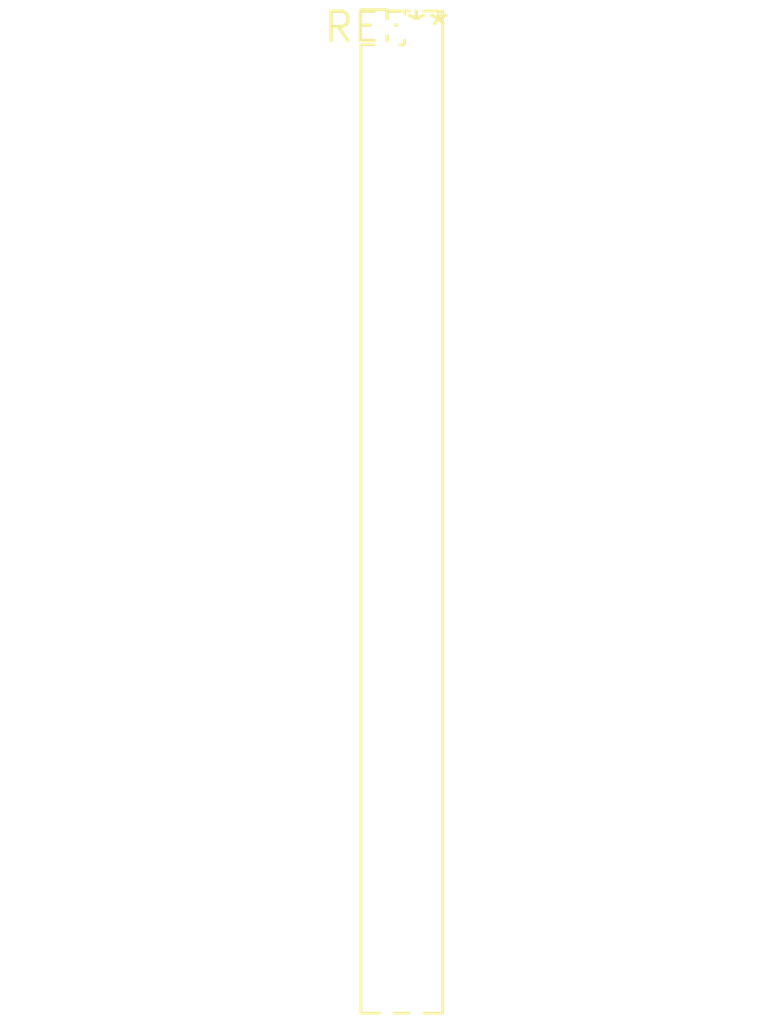
<source format=kicad_pcb>
(kicad_pcb (version 20240108) (generator pcbnew)
  (layers (0 "F.Cu" signal) (31 "B.Cu" signal) (34 "B.Paste" user) (35 "F.Paste" user) (36 "B.SilkS" user "B.Silkscreen") (37 "F.SilkS" user "F.Silkscreen") (38 "B.Mask" user) (39 "F.Mask" user) (44 "Edge.Cuts" user))
  (net 0 "")
  (footprint "PinHeader_2x34_P1.27mm_Vertical" (layer "F.Cu") (at 0 0)
    (property "Reference" "REF**")
    (property "Value" "PinHeader_2x34_P1.27mm_Vertical")
    (fp_line (start -1.13 -0.76) (end 0 -0.76) (layer "F.SilkS") (stroke (width 0.12)))
    (fp_line (start -1.13 0) (end -1.13 -0.76) (layer "F.SilkS") (stroke (width 0.12)))
    (fp_line (start -1.13 0.76) (end -1.13 42.605) (layer "F.SilkS") (stroke (width 0.12)))
    (fp_line (start -1.13 0.76) (end -0.563471 0.76) (layer "F.SilkS") (stroke (width 0.12)))
    (fp_line (start -1.13 42.605) (end -0.30753 42.605) (layer "F.SilkS") (stroke (width 0.12)))
    (fp_line (start 0.30753 42.605) (end 0.96247 42.605) (layer "F.SilkS") (stroke (width 0.12)))
    (fp_line (start 0.563471 0.76) (end 0.706529 0.76) (layer "F.SilkS") (stroke (width 0.12)))
    (fp_line (start 0.76 -0.695) (end 0.96247 -0.695) (layer "F.SilkS") (stroke (width 0.12)))
    (fp_line (start 0.76 -0.563471) (end 0.76 -0.695) (layer "F.SilkS") (stroke (width 0.12)))
    (fp_line (start 0.76 0.706529) (end 0.76 0.563471) (layer "F.SilkS") (stroke (width 0.12)))
    (fp_line (start 1.57753 -0.695) (end 2.4 -0.695) (layer "F.SilkS") (stroke (width 0.12)))
    (fp_line (start 1.57753 42.605) (end 2.4 42.605) (layer "F.SilkS") (stroke (width 0.12)))
    (fp_line (start 2.4 -0.695) (end 2.4 42.605) (layer "F.SilkS") (stroke (width 0.12)))
    (pad "1" thru_hole rect (at 0 0) (size 1 1) (drill 0.65) (layers *.Cu *.Mask) (remove_unused_layers))
    (pad "2" thru_hole oval (at 1.27 0) (size 1 1) (drill 0.65) (layers *.Cu *.Mask) (remove_unused_layers))
    (pad "3" thru_hole oval (at 0 1.27) (size 1 1) (drill 0.65) (layers *.Cu *.Mask) (remove_unused_layers))
    (pad "4" thru_hole oval (at 1.27 1.27) (size 1 1) (drill 0.65) (layers *.Cu *.Mask) (remove_unused_layers))
    (pad "5" thru_hole oval (at 0 2.54) (size 1 1) (drill 0.65) (layers *.Cu *.Mask) (remove_unused_layers))
    (pad "6" thru_hole oval (at 1.27 2.54) (size 1 1) (drill 0.65) (layers *.Cu *.Mask) (remove_unused_layers))
    (pad "7" thru_hole oval (at 0 3.81) (size 1 1) (drill 0.65) (layers *.Cu *.Mask) (remove_unused_layers))
    (pad "8" thru_hole oval (at 1.27 3.81) (size 1 1) (drill 0.65) (layers *.Cu *.Mask) (remove_unused_layers))
    (pad "9" thru_hole oval (at 0 5.08) (size 1 1) (drill 0.65) (layers *.Cu *.Mask) (remove_unused_layers))
    (pad "10" thru_hole oval (at 1.27 5.08) (size 1 1) (drill 0.65) (layers *.Cu *.Mask) (remove_unused_layers))
    (pad "11" thru_hole oval (at 0 6.35) (size 1 1) (drill 0.65) (layers *.Cu *.Mask) (remove_unused_layers))
    (pad "12" thru_hole oval (at 1.27 6.35) (size 1 1) (drill 0.65) (layers *.Cu *.Mask) (remove_unused_layers))
    (pad "13" thru_hole oval (at 0 7.62) (size 1 1) (drill 0.65) (layers *.Cu *.Mask) (remove_unused_layers))
    (pad "14" thru_hole oval (at 1.27 7.62) (size 1 1) (drill 0.65) (layers *.Cu *.Mask) (remove_unused_layers))
    (pad "15" thru_hole oval (at 0 8.89) (size 1 1) (drill 0.65) (layers *.Cu *.Mask) (remove_unused_layers))
    (pad "16" thru_hole oval (at 1.27 8.89) (size 1 1) (drill 0.65) (layers *.Cu *.Mask) (remove_unused_layers))
    (pad "17" thru_hole oval (at 0 10.16) (size 1 1) (drill 0.65) (layers *.Cu *.Mask) (remove_unused_layers))
    (pad "18" thru_hole oval (at 1.27 10.16) (size 1 1) (drill 0.65) (layers *.Cu *.Mask) (remove_unused_layers))
    (pad "19" thru_hole oval (at 0 11.43) (size 1 1) (drill 0.65) (layers *.Cu *.Mask) (remove_unused_layers))
    (pad "20" thru_hole oval (at 1.27 11.43) (size 1 1) (drill 0.65) (layers *.Cu *.Mask) (remove_unused_layers))
    (pad "21" thru_hole oval (at 0 12.7) (size 1 1) (drill 0.65) (layers *.Cu *.Mask) (remove_unused_layers))
    (pad "22" thru_hole oval (at 1.27 12.7) (size 1 1) (drill 0.65) (layers *.Cu *.Mask) (remove_unused_layers))
    (pad "23" thru_hole oval (at 0 13.97) (size 1 1) (drill 0.65) (layers *.Cu *.Mask) (remove_unused_layers))
    (pad "24" thru_hole oval (at 1.27 13.97) (size 1 1) (drill 0.65) (layers *.Cu *.Mask) (remove_unused_layers))
    (pad "25" thru_hole oval (at 0 15.24) (size 1 1) (drill 0.65) (layers *.Cu *.Mask) (remove_unused_layers))
    (pad "26" thru_hole oval (at 1.27 15.24) (size 1 1) (drill 0.65) (layers *.Cu *.Mask) (remove_unused_layers))
    (pad "27" thru_hole oval (at 0 16.51) (size 1 1) (drill 0.65) (layers *.Cu *.Mask) (remove_unused_layers))
    (pad "28" thru_hole oval (at 1.27 16.51) (size 1 1) (drill 0.65) (layers *.Cu *.Mask) (remove_unused_layers))
    (pad "29" thru_hole oval (at 0 17.78) (size 1 1) (drill 0.65) (layers *.Cu *.Mask) (remove_unused_layers))
    (pad "30" thru_hole oval (at 1.27 17.78) (size 1 1) (drill 0.65) (layers *.Cu *.Mask) (remove_unused_layers))
    (pad "31" thru_hole oval (at 0 19.05) (size 1 1) (drill 0.65) (layers *.Cu *.Mask) (remove_unused_layers))
    (pad "32" thru_hole oval (at 1.27 19.05) (size 1 1) (drill 0.65) (layers *.Cu *.Mask) (remove_unused_layers))
    (pad "33" thru_hole oval (at 0 20.32) (size 1 1) (drill 0.65) (layers *.Cu *.Mask) (remove_unused_layers))
    (pad "34" thru_hole oval (at 1.27 20.32) (size 1 1) (drill 0.65) (layers *.Cu *.Mask) (remove_unused_layers))
    (pad "35" thru_hole oval (at 0 21.59) (size 1 1) (drill 0.65) (layers *.Cu *.Mask) (remove_unused_layers))
    (pad "36" thru_hole oval (at 1.27 21.59) (size 1 1) (drill 0.65) (layers *.Cu *.Mask) (remove_unused_layers))
    (pad "37" thru_hole oval (at 0 22.86) (size 1 1) (drill 0.65) (layers *.Cu *.Mask) (remove_unused_layers))
    (pad "38" thru_hole oval (at 1.27 22.86) (size 1 1) (drill 0.65) (layers *.Cu *.Mask) (remove_unused_layers))
    (pad "39" thru_hole oval (at 0 24.13) (size 1 1) (drill 0.65) (layers *.Cu *.Mask) (remove_unused_layers))
    (pad "40" thru_hole oval (at 1.27 24.13) (size 1 1) (drill 0.65) (layers *.Cu *.Mask) (remove_unused_layers))
    (pad "41" thru_hole oval (at 0 25.4) (size 1 1) (drill 0.65) (layers *.Cu *.Mask) (remove_unused_layers))
    (pad "42" thru_hole oval (at 1.27 25.4) (size 1 1) (drill 0.65) (layers *.Cu *.Mask) (remove_unused_layers))
    (pad "43" thru_hole oval (at 0 26.67) (size 1 1) (drill 0.65) (layers *.Cu *.Mask) (remove_unused_layers))
    (pad "44" thru_hole oval (at 1.27 26.67) (size 1 1) (drill 0.65) (layers *.Cu *.Mask) (remove_unused_layers))
    (pad "45" thru_hole oval (at 0 27.94) (size 1 1) (drill 0.65) (layers *.Cu *.Mask) (remove_unused_layers))
    (pad "46" thru_hole oval (at 1.27 27.94) (size 1 1) (drill 0.65) (layers *.Cu *.Mask) (remove_unused_layers))
    (pad "47" thru_hole oval (at 0 29.21) (size 1 1) (drill 0.65) (layers *.Cu *.Mask) (remove_unused_layers))
    (pad "48" thru_hole oval (at 1.27 29.21) (size 1 1) (drill 0.65) (layers *.Cu *.Mask) (remove_unused_layers))
    (pad "49" thru_hole oval (at 0 30.48) (size 1 1) (drill 0.65) (layers *.Cu *.Mask) (remove_unused_layers))
    (pad "50" thru_hole oval (at 1.27 30.48) (size 1 1) (drill 0.65) (layers *.Cu *.Mask) (remove_unused_layers))
    (pad "51" thru_hole oval (at 0 31.75) (size 1 1) (drill 0.65) (layers *.Cu *.Mask) (remove_unused_layers))
    (pad "52" thru_hole oval (at 1.27 31.75) (size 1 1) (drill 0.65) (layers *.Cu *.Mask) (remove_unused_layers))
    (pad "53" thru_hole oval (at 0 33.02) (size 1 1) (drill 0.65) (layers *.Cu *.Mask) (remove_unused_layers))
    (pad "54" thru_hole oval (at 1.27 33.02) (size 1 1) (drill 0.65) (layers *.Cu *.Mask) (remove_unused_layers))
    (pad "55" thru_hole oval (at 0 34.29) (size 1 1) (drill 0.65) (layers *.Cu *.Mask) (remove_unused_layers))
    (pad "56" thru_hole oval (at 1.27 34.29) (size 1 1) (drill 0.65) (layers *.Cu *.Mask) (remove_unused_layers))
    (pad "57" thru_hole oval (at 0 35.56) (size 1 1) (drill 0.65) (layers *.Cu *.Mask) (remove_unused_layers))
    (pad "58" thru_hole oval (at 1.27 35.56) (size 1 1) (drill 0.65) (layers *.Cu *.Mask) (remove_unused_layers))
    (pad "59" thru_hole oval (at 0 36.83) (size 1 1) (drill 0.65) (layers *.Cu *.Mask) (remove_unused_layers))
    (pad "60" thru_hole oval (at 1.27 36.83) (size 1 1) (drill 0.65) (layers *.Cu *.Mask) (remove_unused_layers))
    (pad "61" thru_hole oval (at 0 38.1) (size 1 1) (drill 0.65) (layers *.Cu *.Mask) (remove_unused_layers))
    (pad "62" thru_hole oval (at 1.27 38.1) (size 1 1) (drill 0.65) (layers *.Cu *.Mask) (remove_unused_layers))
    (pad "63" thru_hole oval (at 0 39.37) (size 1 1) (drill 0.65) (layers *.Cu *.Mask) (remove_unused_layers))
    (pad "64" thru_hole oval (at 1.27 39.37) (size 1 1) (drill 0.65) (layers *.Cu *.Mask) (remove_unused_layers))
    (pad "65" thru_hole oval (at 0 40.64) (size 1 1) (drill 0.65) (layers *.Cu *.Mask) (remove_unused_layers))
    (pad "66" thru_hole oval (at 1.27 40.64) (size 1 1) (drill 0.65) (layers *.Cu *.Mask) (remove_unused_layers))
    (pad "67" thru_hole oval (at 0 41.91) (size 1 1) (drill 0.65) (layers *.Cu *.Mask) (remove_unused_layers))
    (pad "68" thru_hole oval (at 1.27 41.91) (size 1 1) (drill 0.65) (layers *.Cu *.Mask) (remove_unused_layers))
  )
)
</source>
